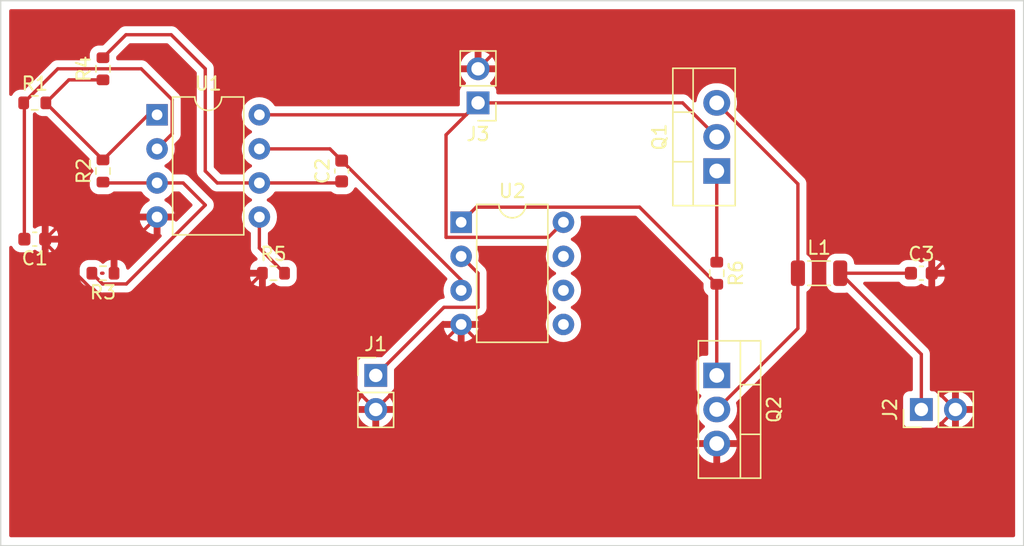
<source format=kicad_pcb>
(kicad_pcb (version 20211014) (generator pcbnew)
  (layers (0 "F.Cu" signal) (31 "B.Cu" signal) (34 "B.Paste" user) (35 "F.Paste" user) (36 "B.SilkS" user "B.Silkscreen") (37 "F.SilkS" user "F.Silkscreen") (38 "B.Mask" user) (39 "F.Mask" user) (44 "Edge.Cuts" user))
  (net 0 "")
  (net 1 "GND")
  (net 2 "Net-(R1-Pad1)")
  (net 3 "Net-(R4-Pad2)")
  (net 4 "Net-(C2-Pad2)")
  (net 5 "Net-(L1-Pad2)")
  (net 6 "Net-(U2-Pad2)")
  (net 7 "+12V")
  (net 8 "Net-(L1-Pad1)")
  (net 9 "Net-(R6-Pad1)")
  (net 10 "Net-(U2-Pad1)")
  (net 11 "Net-(R1-Pad2)")
  (net 12 "Net-(R2-Pad1)")
  (net 13 "Net-(R5-Pad2)")
  (footprint "Connector_PinHeader_2.54mm:PinHeader_1x02_P2.54mm_Vertical" (layer "F.Cu") (at 167.64 104.14 90)
    (fp_text reference "J2" (at 0 -2.33 90) (layer "F.SilkS"))
    (fp_text value "Conn_01x02_Female")
    (fp_line (start -1.33 -1.33) (end 0 -1.33) (layer "F.SilkS") (width 0.12))
    (fp_line (start -1.33 3.87) (end 1.33 3.87) (layer "F.SilkS") (width 0.12))
    (fp_line (start -1.33 1.27) (end 1.33 1.27) (layer "F.SilkS") (width 0.12))
    (fp_line (start -1.33 0) (end -1.33 -1.33) (layer "F.SilkS") (width 0.12))
    (fp_line (start -1.33 1.27) (end -1.33 3.87) (layer "F.SilkS") (width 0.12))
    (fp_line (start 1.33 1.27) (end 1.33 3.87) (layer "F.SilkS") (width 0.12))
    (pad "1" thru_hole rect (at 0 0 90) (size 1.7 1.7) (drill 1) (layers *.Cu *.Mask) (net 5 "Net-(L1-Pad2)"))
    (pad "2" thru_hole oval (at 0 2.54 90) (size 1.7 1.7) (drill 1) (layers *.Cu *.Mask) (net 1 "GND"))
  )
  (footprint "Resistor_SMD:R_0603_1608Metric" (layer "F.Cu") (at 106.68 86.36 90)
    (fp_text reference "R2" (at 0 -1.43 90) (layer "F.SilkS"))
    (fp_text value "100k")
    (fp_line (start -0.237258 0.5225) (end 0.237258 0.5225) (layer "F.SilkS") (width 0.12))
    (fp_line (start -0.237258 -0.5225) (end 0.237258 -0.5225) (layer "F.SilkS") (width 0.12))
    (pad "1" smd roundrect (at -0.825 0 90) (size 0.8 0.95) (layers "F.Cu" "F.Paste" "F.Mask") (net 12 "Net-(R2-Pad1)"))
    (pad "2" smd roundrect (at 0.825 0 90) (size 0.8 0.95) (layers "F.Cu" "F.Paste" "F.Mask") (net 11 "Net-(R1-Pad2)"))
  )
  (footprint "Inductor_SMD:L_1206_3216Metric" (layer "F.Cu") (at 160.02 93.98)
    (fp_text reference "L1" (at 0 -1.9) (layer "F.SilkS"))
    (fp_text value "80mH")
    (fp_line (start -0.835242 -0.91) (end 0.835242 -0.91) (layer "F.SilkS") (width 0.12))
    (fp_line (start -0.835242 0.91) (end 0.835242 0.91) (layer "F.SilkS") (width 0.12))
    (pad "1" smd roundrect (at -1.575 0) (size 1.05 1.9) (layers "F.Cu" "F.Paste" "F.Mask") (roundrect_rratio 0.238095) (net 8 "Net-(L1-Pad1)"))
    (pad "2" smd roundrect (at 1.575 0) (size 1.05 1.9) (layers "F.Cu" "F.Paste" "F.Mask") (roundrect_rratio 0.238095) (net 5 "Net-(L1-Pad2)"))
  )
  (footprint "Connector_PinHeader_2.54mm:PinHeader_1x02_P2.54mm_Vertical" (layer "F.Cu") (at 127 101.6)
    (fp_text reference "J1" (at 0 -2.33) (layer "F.SilkS"))
    (fp_text value "Conn_01x02_Female")
    (fp_line (start -1.33 -1.33) (end 0 -1.33) (layer "F.SilkS") (width 0.12))
    (fp_line (start -1.33 1.27) (end 1.33 1.27) (layer "F.SilkS") (width 0.12))
    (fp_line (start -1.33 3.87) (end 1.33 3.87) (layer "F.SilkS") (width 0.12))
    (fp_line (start -1.33 1.27) (end -1.33 3.87) (layer "F.SilkS") (width 0.12))
    (fp_line (start -1.33 0) (end -1.33 -1.33) (layer "F.SilkS") (width 0.12))
    (fp_line (start 1.33 1.27) (end 1.33 3.87) (layer "F.SilkS") (width 0.12))
    (pad "1" thru_hole rect (at 0 0) (size 1.7 1.7) (drill 1) (layers *.Cu *.Mask) (net 6 "Net-(U2-Pad2)"))
    (pad "2" thru_hole oval (at 0 2.54) (size 1.7 1.7) (drill 1) (layers *.Cu *.Mask) (net 1 "GND"))
  )
  (footprint "Package_TO_SOT_THT:TO-220-3_Vertical" (layer "F.Cu") (at 152.4 86.36 90)
    (fp_text reference "Q1" (at 2.54 -4.27 90) (layer "F.SilkS"))
    (fp_text value "IRF4905")
    (fp_line (start 7.66 -3.27) (end 7.66 1.371) (layer "F.SilkS") (width 0.12))
    (fp_line (start 4.391 -3.27) (end 4.391 -1.76) (layer "F.SilkS") (width 0.12))
    (fp_line (start -2.58 -1.76) (end 7.66 -1.76) (layer "F.SilkS") (width 0.12))
    (fp_line (start -2.58 -3.27) (end 7.66 -3.27) (layer "F.SilkS") (width 0.12))
    (fp_line (start 0.69 -3.27) (end 0.69 -1.76) (layer "F.SilkS") (width 0.12))
    (fp_line (start -2.58 1.371) (end 7.66 1.371) (layer "F.SilkS") (width 0.12))
    (fp_line (start -2.58 -3.27) (end -2.58 1.371) (layer "F.SilkS") (width 0.12))
    (pad "1" thru_hole rect (at 0 0 90) (size 1.905 2) (drill 1.1) (layers *.Cu *.Mask) (net 9 "Net-(R6-Pad1)"))
    (pad "2" thru_hole oval (at 2.54 0 90) (size 1.905 2) (drill 1.1) (layers *.Cu *.Mask) (net 7 "+12V"))
    (pad "3" thru_hole oval (at 5.08 0 90) (size 1.905 2) (drill 1.1) (layers *.Cu *.Mask) (net 8 "Net-(L1-Pad1)"))
  )
  (footprint "Connector_PinHeader_2.54mm:PinHeader_1x02_P2.54mm_Vertical" (layer "F.Cu") (at 134.62 81.28 180)
    (fp_text reference "J3" (at 0 -2.33) (layer "F.SilkS"))
    (fp_text value "Conn_01x02_Female")
    (fp_line (start 1.33 1.27) (end 1.33 3.87) (layer "F.SilkS") (width 0.12))
    (fp_line (start -1.33 0) (end -1.33 -1.33) (layer "F.SilkS") (width 0.12))
    (fp_line (start -1.33 3.87) (end 1.33 3.87) (layer "F.SilkS") (width 0.12))
    (fp_line (start -1.33 1.27) (end 1.33 1.27) (layer "F.SilkS") (width 0.12))
    (fp_line (start -1.33 1.27) (end -1.33 3.87) (layer "F.SilkS") (width 0.12))
    (fp_line (start -1.33 -1.33) (end 0 -1.33) (layer "F.SilkS") (width 0.12))
    (pad "1" thru_hole rect (at 0 0 180) (size 1.7 1.7) (drill 1) (layers *.Cu *.Mask) (net 7 "+12V"))
    (pad "2" thru_hole oval (at 0 2.54 180) (size 1.7 1.7) (drill 1) (layers *.Cu *.Mask) (net 1 "GND"))
  )
  (footprint "Capacitor_SMD:C_0603_1608Metric" (layer "F.Cu") (at 167.64 93.98)
    (fp_text reference "C3" (at 0 -1.43) (layer "F.SilkS"))
    (fp_text value "10uF")
    (fp_line (start -0.14058 0.51) (end 0.14058 0.51) (layer "F.SilkS") (width 0.12))
    (fp_line (start -0.14058 -0.51) (end 0.14058 -0.51) (layer "F.SilkS") (width 0.12))
    (pad "1" smd roundrect (at -0.775 0) (size 0.9 0.95) (layers "F.Cu" "F.Paste" "F.Mask") (net 5 "Net-(L1-Pad2)"))
    (pad "2" smd roundrect (at 0.775 0) (size 0.9 0.95) (layers "F.Cu" "F.Paste" "F.Mask") (net 1 "GND"))
  )
  (footprint "Package_TO_SOT_THT:TO-220-3_Vertical" (layer "F.Cu") (at 152.4 101.6 -90)
    (fp_text reference "Q2" (at 2.54 -4.27 90) (layer "F.SilkS"))
    (fp_text value "IRLZ44N")
    (fp_line (start 4.391 -3.27) (end 4.391 -1.76) (layer "F.SilkS") (width 0.12))
    (fp_line (start -2.58 -3.27) (end 7.66 -3.27) (layer "F.SilkS") (width 0.12))
    (fp_line (start -2.58 -3.27) (end -2.58 1.371) (layer "F.SilkS") (width 0.12))
    (fp_line (start 7.66 -3.27) (end 7.66 1.371) (layer "F.SilkS") (width 0.12))
    (fp_line (start -2.58 -1.76) (end 7.66 -1.76) (layer "F.SilkS") (width 0.12))
    (fp_line (start 0.69 -3.27) (end 0.69 -1.76) (layer "F.SilkS") (width 0.12))
    (fp_line (start -2.58 1.371) (end 7.66 1.371) (layer "F.SilkS") (width 0.12))
    (pad "1" thru_hole rect (at 0 0 270) (size 1.905 2) (drill 1.1) (layers *.Cu *.Mask) (net 10 "Net-(U2-Pad1)"))
    (pad "2" thru_hole oval (at 2.54 0 270) (size 1.905 2) (drill 1.1) (layers *.Cu *.Mask) (net 8 "Net-(L1-Pad1)"))
    (pad "3" thru_hole oval (at 5.08 0 270) (size 1.905 2) (drill 1.1) (layers *.Cu *.Mask) (net 1 "GND"))
  )
  (footprint "Resistor_SMD:R_0603_1608Metric" (layer "F.Cu") (at 152.4 93.98 -90)
    (fp_text reference "R6" (at 0 -1.43 90) (layer "F.SilkS"))
    (fp_text value "10k")
    (fp_line (start -0.237258 -0.5225) (end 0.237258 -0.5225) (layer "F.SilkS") (width 0.12))
    (fp_line (start -0.237258 0.5225) (end 0.237258 0.5225) (layer "F.SilkS") (width 0.12))
    (pad "1" smd roundrect (at -0.825 0 270) (size 0.8 0.95) (layers "F.Cu" "F.Paste" "F.Mask") (net 9 "Net-(R6-Pad1)"))
    (pad "2" smd roundrect (at 0.825 0 270) (size 0.8 0.95) (layers "F.Cu" "F.Paste" "F.Mask") (net 10 "Net-(U2-Pad1)"))
  )
  (footprint "Resistor_SMD:R_0603_1608Metric" (layer "F.Cu") (at 106.68 93.98 180)
    (fp_text reference "R3" (at 0 -1.43) (layer "F.SilkS"))
    (fp_text value "100k")
    (fp_line (start -0.237258 0.5225) (end 0.237258 0.5225) (layer "F.SilkS") (width 0.12))
    (fp_line (start -0.237258 -0.5225) (end 0.237258 -0.5225) (layer "F.SilkS") (width 0.12))
    (pad "1" smd roundrect (at -0.825 0 180) (size 0.8 0.95) (layers "F.Cu" "F.Paste" "F.Mask") (net 1 "GND"))
    (pad "2" smd roundrect (at 0.825 0 180) (size 0.8 0.95) (layers "F.Cu" "F.Paste" "F.Mask") (net 12 "Net-(R2-Pad1)"))
  )
  (footprint "Package_DIP:DIP-8_W7.62mm" (layer "F.Cu") (at 110.71 82.17)
    (fp_text reference "U1" (at 3.81 -2.33) (layer "F.SilkS"))
    (fp_text value "TL072")
    (fp_line (start 6.46 8.95) (end 6.46 -1.33) (layer "F.SilkS") (width 0.12))
    (fp_line (start 1.16 8.95) (end 6.46 8.95) (layer "F.SilkS") (width 0.12))
    (fp_line (start 6.46 -1.33) (end 4.81 -1.33) (layer "F.SilkS") (width 0.12))
    (fp_line (start 1.16 -1.33) (end 1.16 8.95) (layer "F.SilkS") (width 0.12))
    (fp_line (start 2.81 -1.33) (end 1.16 -1.33) (layer "F.SilkS") (width 0.12))
    (fp_arc (start 4.81 -1.33) (mid 3.81 -0.33) (end 2.81 -1.33) (layer "F.SilkS") (width 0.12))
    (pad "1" thru_hole rect (at 0 0) (size 1.6 1.6) (drill 0.8) (layers *.Cu *.Mask) (net 11 "Net-(R1-Pad2)"))
    (pad "2" thru_hole oval (at 0 2.54) (size 1.6 1.6) (drill 0.8) (layers *.Cu *.Mask) (net 2 "Net-(R1-Pad1)"))
    (pad "3" thru_hole oval (at 0 5.08) (size 1.6 1.6) (drill 0.8) (layers *.Cu *.Mask) (net 12 "Net-(R2-Pad1)"))
    (pad "4" thru_hole oval (at 0 7.62) (size 1.6 1.6) (drill 0.8) (layers *.Cu *.Mask) (net 1 "GND"))
    (pad "5" thru_hole oval (at 7.62 7.62) (size 1.6 1.6) (drill 0.8) (layers *.Cu *.Mask) (net 13 "Net-(R5-Pad2)"))
    (pad "6" thru_hole oval (at 7.62 5.08) (size 1.6 1.6) (drill 0.8) (layers *.Cu *.Mask) (net 3 "Net-(R4-Pad2)"))
    (pad "7" thru_hole oval (at 7.62 2.54) (size 1.6 1.6) (drill 0.8) (layers *.Cu *.Mask) (net 4 "Net-(C2-Pad2)"))
    (pad "8" thru_hole oval (at 7.62 0) (size 1.6 1.6) (drill 0.8) (layers *.Cu *.Mask) (net 7 "+12V"))
  )
  (footprint "Resistor_SMD:R_0603_1608Metric" (layer "F.Cu") (at 119.38 93.98)
    (fp_text reference "R5" (at 0 -1.43) (layer "F.SilkS"))
    (fp_text value "10k")
    (fp_line (start -0.237258 0.5225) (end 0.237258 0.5225) (layer "F.SilkS") (width 0.12))
    (fp_line (start -0.237258 -0.5225) (end 0.237258 -0.5225) (layer "F.SilkS") (width 0.12))
    (pad "1" smd roundrect (at -0.825 0) (size 0.8 0.95) (layers "F.Cu" "F.Paste" "F.Mask") (net 1 "GND"))
    (pad "2" smd roundrect (at 0.825 0) (size 0.8 0.95) (layers "F.Cu" "F.Paste" "F.Mask") (net 13 "Net-(R5-Pad2)"))
  )
  (footprint "Capacitor_SMD:C_0603_1608Metric" (layer "F.Cu") (at 101.6 91.44 180)
    (fp_text reference "C1" (at 0 -1.43) (layer "F.SilkS"))
    (fp_text value "1nF")
    (fp_line (start -0.14058 0.51) (end 0.14058 0.51) (layer "F.SilkS") (width 0.12))
    (fp_line (start -0.14058 -0.51) (end 0.14058 -0.51) (layer "F.SilkS") (width 0.12))
    (pad "1" smd roundrect (at -0.775 0 180) (size 0.9 0.95) (layers "F.Cu" "F.Paste" "F.Mask") (net 1 "GND"))
    (pad "2" smd roundrect (at 0.775 0 180) (size 0.9 0.95) (layers "F.Cu" "F.Paste" "F.Mask") (net 2 "Net-(R1-Pad1)"))
  )
  (footprint "Resistor_SMD:R_0603_1608Metric" (layer "F.Cu") (at 101.6 81.28)
    (fp_text reference "R1" (at 0 -1.43) (layer "F.SilkS"))
    (fp_text value "100k")
    (fp_line (start -0.237258 0.5225) (end 0.237258 0.5225) (layer "F.SilkS") (width 0.12))
    (fp_line (start -0.237258 -0.5225) (end 0.237258 -0.5225) (layer "F.SilkS") (width 0.12))
    (pad "1" smd roundrect (at -0.825 0) (size 0.8 0.95) (layers "F.Cu" "F.Paste" "F.Mask") (net 2 "Net-(R1-Pad1)"))
    (pad "2" smd roundrect (at 0.825 0) (size 0.8 0.95) (layers "F.Cu" "F.Paste" "F.Mask") (net 11 "Net-(R1-Pad2)"))
  )
  (footprint "Capacitor_SMD:C_0603_1608Metric" (layer "F.Cu") (at 124.46 86.36 90)
    (fp_text reference "C2" (at 0 -1.43 90) (layer "F.SilkS"))
    (fp_text value "1nF")
    (fp_line (start -0.14058 -0.51) (end 0.14058 -0.51) (layer "F.SilkS") (width 0.12))
    (fp_line (start -0.14058 0.51) (end 0.14058 0.51) (layer "F.SilkS") (width 0.12))
    (pad "1" smd roundrect (at -0.775 0 90) (size 0.9 0.95) (layers "F.Cu" "F.Paste" "F.Mask") (net 3 "Net-(R4-Pad2)"))
    (pad "2" smd roundrect (at 0.775 0 90) (size 0.9 0.95) (layers "F.Cu" "F.Paste" "F.Mask") (net 4 "Net-(C2-Pad2)"))
  )
  (footprint "Package_DIP:DIP-8_W7.62mm" (layer "F.Cu") (at 133.36 90.18)
    (fp_text reference "U2" (at 3.81 -2.33) (layer "F.SilkS"))
    (fp_text value "LM393")
    (fp_line (start 1.16 8.95) (end 6.46 8.95) (layer "F.SilkS") (width 0.12))
    (fp_line (start 6.46 8.95) (end 6.46 -1.33) (layer "F.SilkS") (width 0.12))
    (fp_line (start 2.81 -1.33) (end 1.16 -1.33) (layer "F.SilkS") (width 0.12))
    (fp_line (start 1.16 -1.33) (end 1.16 8.95) (layer "F.SilkS") (width 0.12))
    (fp_line (start 6.46 -1.33) (end 4.81 -1.33) (layer "F.SilkS") (width 0.12))
    (fp_arc (start 4.81 -1.33) (mid 3.81 -0.33) (end 2.81 -1.33) (layer "F.SilkS") (width 0.12))
    (pad "1" thru_hole rect (at 0 0) (size 1.6 1.6) (drill 0.8) (layers *.Cu *.Mask) (net 10 "Net-(U2-Pad1)"))
    (pad "2" thru_hole oval (at 0 2.54) (size 1.6 1.6) (drill 0.8) (layers *.Cu *.Mask) (net 6 "Net-(U2-Pad2)"))
    (pad "3" thru_hole oval (at 0 5.08) (size 1.6 1.6) (drill 0.8) (layers *.Cu *.Mask) (net 4 "Net-(C2-Pad2)"))
    (pad "4" thru_hole oval (at 0 7.62) (size 1.6 1.6) (drill 0.8) (layers *.Cu *.Mask) (net 1 "GND"))
    (pad "5" thru_hole oval (at 7.62 7.62) (size 1.6 1.6) (drill 0.8) (layers *.Cu *.Mask))
    (pad "6" thru_hole oval (at 7.62 5.08) (size 1.6 1.6) (drill 0.8) (layers *.Cu *.Mask))
    (pad "7" thru_hole oval (at 7.62 2.54) (size 1.6 1.6) (drill 0.8) (layers *.Cu *.Mask))
    (pad "8" thru_hole oval (at 7.62 0) (size 1.6 1.6) (drill 0.8) (layers *.Cu *.Mask) (net 7 "+12V"))
  )
  (footprint "Resistor_SMD:R_0603_1608Metric" (layer "F.Cu") (at 106.68 78.74 90)
    (fp_text reference "R4" (at 0 -1.43 90) (layer "F.SilkS"))
    (fp_text value "10k")
    (fp_line (start -0.237258 0.5225) (end 0.237258 0.5225) (layer "F.SilkS") (width 0.12))
    (fp_line (start -0.237258 -0.5225) (end 0.237258 -0.5225) (layer "F.SilkS") (width 0.12))
    (pad "1" smd roundrect (at -0.825 0 90) (size 0.8 0.95) (layers "F.Cu" "F.Paste" "F.Mask") (net 11 "Net-(R1-Pad2)"))
    (pad "2" smd roundrect (at 0.825 0 90) (size 0.8 0.95) (layers "F.Cu" "F.Paste" "F.Mask") (net 3 "Net-(R4-Pad2)"))
  )
  (gr_rect (start 99.06 73.66) (end 175.26 114.3) (layer "Edge.Cuts") (width 0.1) (fill none))
  (segment (start 106.68 93.98) (end 106.58 93.98) (width 0.25) (layer "F.Cu") (net 0))
  (segment (start 168.415 102.375) (end 170.18 104.14) (width 0.25) (layer "F.Cu") (net 1))
  (segment (start 168.415 93.98) (end 170.18 92.215) (width 0.25) (layer "F.Cu") (net 1))
  (segment (start 107.505 92.995) (end 110.71 89.79) (width 0.25) (layer "F.Cu") (net 1))
  (segment (start 127 104.14) (end 133.34 97.8) (width 0.25) (layer "F.Cu") (net 1))
  (segment (start 133.34 97.8) (end 133.36 97.8) (width 0.25) (layer "F.Cu") (net 1))
  (segment (start 102.375 91.44) (end 102.375 91.717462) (width 0.25) (layer "F.Cu") (net 1))
  (segment (start 168.415 93.98) (end 168.415 102.375) (width 0.25) (layer "F.Cu") (net 1))
  (segment (start 116.015 96.52) (end 118.555 93.98) (width 0.25) (layer "F.Cu") (net 1))
  (segment (start 102.375 91.44) (end 104.025 89.79) (width 0.25) (layer "F.Cu") (net 1))
  (segment (start 142.24 106.68) (end 133.36 97.8) (width 0.25) (layer "F.Cu") (net 1))
  (segment (start 152.4 106.68) (end 142.24 106.68) (width 0.25) (layer "F.Cu") (net 1))
  (segment (start 118.555 95.695) (end 127 104.14) (width 0.25) (layer "F.Cu") (net 1))
  (segment (start 107.177538 96.52) (end 116.015 96.52) (width 0.25) (layer "F.Cu") (net 1))
  (segment (start 167.64 106.68) (end 170.18 104.14) (width 0.25) (layer "F.Cu") (net 1))
  (segment (start 170.18 92.215) (end 170.18 81.28) (width 0.25) (layer "F.Cu") (net 1))
  (segment (start 152.4 106.68) (end 167.64 106.68) (width 0.25) (layer "F.Cu") (net 1))
  (segment (start 102.375 91.717462) (end 107.177538 96.52) (width 0.25) (layer "F.Cu") (net 1))
  (segment (start 107.505 93.98) (end 107.505 92.995) (width 0.25) (layer "F.Cu") (net 1))
  (segment (start 104.025 89.79) (end 110.71 89.79) (width 0.25) (layer "F.Cu") (net 1))
  (segment (start 118.555 93.98) (end 118.555 95.695) (width 0.25) (layer "F.Cu") (net 1))
  (segment (start 165.1 76.2) (end 137.16 76.2) (width 0.25) (layer "F.Cu") (net 1))
  (segment (start 170.18 81.28) (end 165.1 76.2) (width 0.25) (layer "F.Cu") (net 1))
  (segment (start 137.16 76.2) (end 134.62 78.74) (width 0.25) (layer "F.Cu") (net 1))
  (segment (start 111.835 81.045) (end 111.835 83.585) (width 0.25) (layer "F.Cu") (net 2))
  (segment (start 109.53 78.74) (end 111.835 81.045) (width 0.25) (layer "F.Cu") (net 2))
  (segment (start 111.835 83.585) (end 110.71 84.71) (width 0.25) (layer "F.Cu") (net 2))
  (segment (start 100.775 81.28) (end 100.825 81.33) (width 0.25) (layer "F.Cu") (net 2))
  (segment (start 103.315 78.74) (end 109.53 78.74) (width 0.25) (layer "F.Cu") (net 2))
  (segment (start 100.775 81.28) (end 103.315 78.74) (width 0.25) (layer "F.Cu") (net 2))
  (segment (start 100.825 81.33) (end 100.825 91.44) (width 0.25) (layer "F.Cu") (net 2))
  (segment (start 124.46 87.135) (end 124.345 87.25) (width 0.25) (layer "F.Cu") (net 3))
  (segment (start 124.345 87.25) (end 118.33 87.25) (width 0.25) (layer "F.Cu") (net 3))
  (segment (start 114.3 78.74) (end 114.3 86.36) (width 0.25) (layer "F.Cu") (net 3))
  (segment (start 106.68 77.915) (end 108.395 76.2) (width 0.25) (layer "F.Cu") (net 3))
  (segment (start 114.3 86.36) (end 115.19 87.25) (width 0.25) (layer "F.Cu") (net 3))
  (segment (start 115.19 87.25) (end 118.33 87.25) (width 0.25) (layer "F.Cu") (net 3))
  (segment (start 111.76 76.2) (end 114.3 78.74) (width 0.25) (layer "F.Cu") (net 3))
  (segment (start 108.395 76.2) (end 111.76 76.2) (width 0.25) (layer "F.Cu") (net 3))
  (segment (start 124.46 85.585) (end 133.36 94.485) (width 0.25) (layer "F.Cu") (net 4))
  (segment (start 124.46 85.585) (end 123.585 84.71) (width 0.25) (layer "F.Cu") (net 4))
  (segment (start 133.36 94.485) (end 133.36 95.26) (width 0.25) (layer "F.Cu") (net 4))
  (segment (start 123.585 84.71) (end 118.33 84.71) (width 0.25) (layer "F.Cu") (net 4))
  (segment (start 167.64 104.14) (end 167.64 100.025) (width 0.25) (layer "F.Cu") (net 5))
  (segment (start 167.64 100.025) (end 161.595 93.98) (width 0.25) (layer "F.Cu") (net 5))
  (segment (start 161.595 93.98) (end 166.865 93.98) (width 0.25) (layer "F.Cu") (net 5))
  (segment (start 134.62 96.52) (end 134.62 93.98) (width 0.25) (layer "F.Cu") (net 6))
  (segment (start 132.08 96.52) (end 134.62 96.52) (width 0.25) (layer "F.Cu") (net 6))
  (segment (start 134.62 93.98) (end 133.36 92.72) (width 0.25) (layer "F.Cu") (net 6))
  (segment (start 127 101.6) (end 132.08 96.52) (width 0.25) (layer "F.Cu") (net 6))
  (segment (start 140.98 90.18) (end 139.855 91.305) (width 0.25) (layer "F.Cu") (net 7))
  (segment (start 133.73 82.17) (end 134.62 81.28) (width 0.25) (layer "F.Cu") (net 7))
  (segment (start 118.33 82.17) (end 133.73 82.17) (width 0.25) (layer "F.Cu") (net 7))
  (segment (start 132.235 91.305) (end 132.235 83.665) (width 0.25) (layer "F.Cu") (net 7))
  (segment (start 132.235 83.665) (end 134.62 81.28) (width 0.25) (layer "F.Cu") (net 7))
  (segment (start 149.86 81.28) (end 152.4 83.82) (width 0.25) (layer "F.Cu") (net 7))
  (segment (start 134.62 81.28) (end 149.86 81.28) (width 0.25) (layer "F.Cu") (net 7))
  (segment (start 139.855 91.305) (end 132.235 91.305) (width 0.25) (layer "F.Cu") (net 7))
  (segment (start 158.445 93.98) (end 158.445 87.325) (width 0.25) (layer "F.Cu") (net 8))
  (segment (start 158.445 87.325) (end 152.4 81.28) (width 0.25) (layer "F.Cu") (net 8))
  (segment (start 158.445 98.095) (end 158.445 93.98) (width 0.25) (layer "F.Cu") (net 8))
  (segment (start 152.4 104.14) (end 158.445 98.095) (width 0.25) (layer "F.Cu") (net 8))
  (segment (start 152.4 86.36) (end 152.4 93.155) (width 0.25) (layer "F.Cu") (net 9))
  (segment (start 152.4 94.805) (end 146.65 89.055) (width 0.25) (layer "F.Cu") (net 10))
  (segment (start 152.4 94.805) (end 152.4 101.6) (width 0.25) (layer "F.Cu") (net 10))
  (segment (start 134.485 89.055) (end 133.36 90.18) (width 0.25) (layer "F.Cu") (net 10))
  (segment (start 146.65 89.055) (end 134.485 89.055) (width 0.25) (layer "F.Cu") (net 10))
  (segment (start 110.045 82.17) (end 106.68 85.535) (width 0.25) (layer "F.Cu") (net 11))
  (segment (start 106.68 79.565) (end 104.14 79.565) (width 0.25) (layer "F.Cu") (net 11))
  (segment (start 110.71 82.17) (end 110.045 82.17) (width 0.25) (layer "F.Cu") (net 11))
  (segment (start 104.14 79.565) (end 102.425 81.28) (width 0.25) (layer "F.Cu") (net 11))
  (segment (start 102.425 81.28) (end 106.68 85.535) (width 0.25) (layer "F.Cu") (net 11))
  (segment (start 106.745 87.25) (end 110.71 87.25) (width 0.25) (layer "F.Cu") (net 12))
  (segment (start 105.855 93.98) (end 106.655 94.78) (width 0.25) (layer "F.Cu") (net 12))
  (segment (start 108.42 94.78) (end 114.3 88.9) (width 0.25) (layer "F.Cu") (net 12))
  (segment (start 106.655 94.78) (end 108.42 94.78) (width 0.25) (layer "F.Cu") (net 12))
  (segment (start 106.68 87.185) (end 106.745 87.25) (width 0.25) (layer "F.Cu") (net 12))
  (segment (start 114.3 88.9) (end 112.65 87.25) (width 0.25) (layer "F.Cu") (net 12))
  (segment (start 112.65 87.25) (end 110.71 87.25) (width 0.25) (layer "F.Cu") (net 12))
  (segment (start 120.205 93.98) (end 118.33 92.105) (width 0.25) (layer "F.Cu") (net 13))
  (segment (start 118.33 92.105) (end 118.33 89.79) (width 0.25) (layer "F.Cu") (net 13))
  (zone (net 1) (net_name "GND") (layer "F.Cu") (connect_pads (clearance 0.508)) (min_thickness 0.254) (fill yes (thermal_gap 0.508) (thermal_bridge_width 0.508))
    (polygon (pts (xy 174.625 113.665) (xy 99.695 113.665) (xy 99.695 74.295) (xy 174.625 74.295)))
  )
)
</source>
